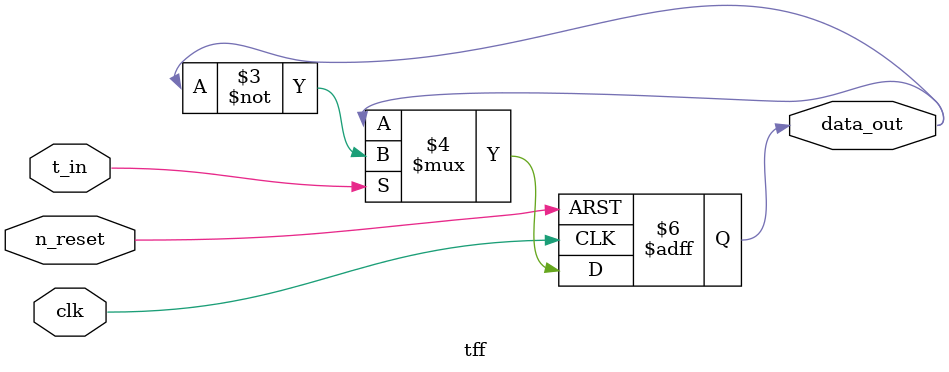
<source format=v>
`default_nettype none

module tff (
    clk,
    t_in,
    n_reset,
    data_out
);

    input wire clk;
    input wire t_in;
    input wire n_reset;
    output reg data_out;

    always @ (posedge clk or negedge n_reset) begin
        if (~n_reset) begin
            data_out <= 0;
        end else begin
            if (t_in) begin
                data_out <= ~data_out;
            end
        end
    end
endmodule

</source>
